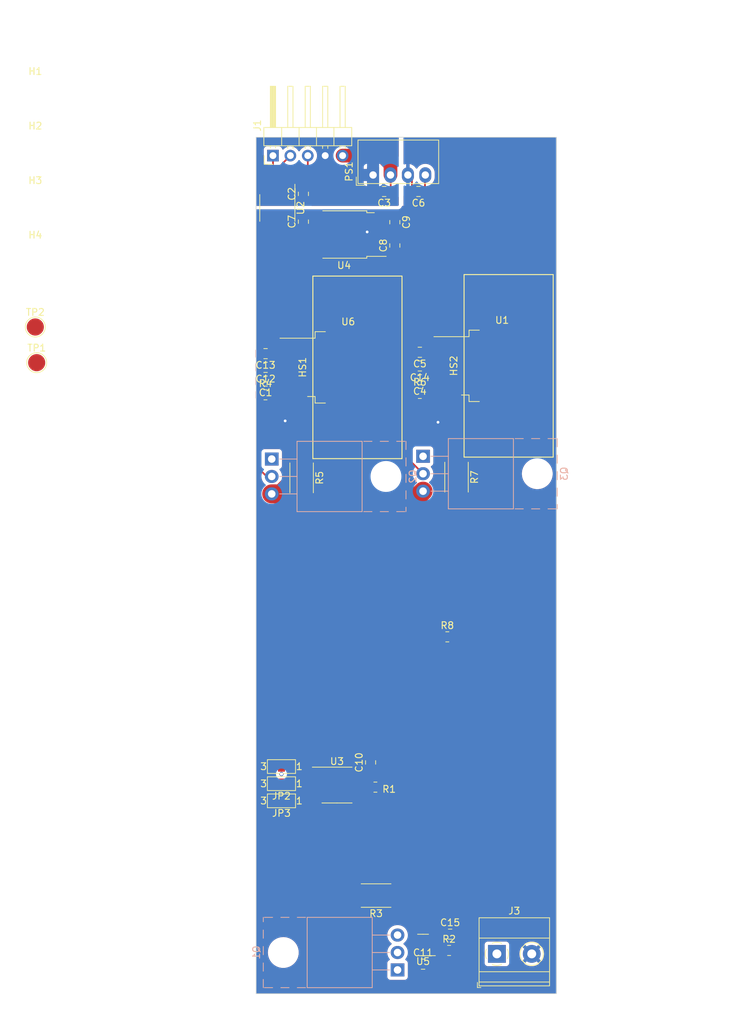
<source format=kicad_pcb>
(kicad_pcb (version 20221018) (generator pcbnew)
  (layers (0 "F.Cu" signal) (31 "B.Cu" signal) (34 "B.Paste" user) (35 "F.Paste" user) (36 "B.SilkS" user "B.Silkscreen") (37 "F.SilkS" user "F.Silkscreen") (38 "B.Mask" user) (39 "F.Mask" user) (44 "Edge.Cuts" user))
  (net 0 "")
  (net 1 "/+9V_ISO")
  (net 2 "/GND_ISO")
  (net 3 "/GND")
  (net 4 "/+5V")
  (net 5 "/+12V")
  (net 6 "Net-(U1-SET)")
  (net 7 "Net-(J3-Pin_1)")
  (net 8 "/+5V_ISO")
  (net 9 "/SDA")
  (net 10 "/SCL")
  (net 11 "/A0")
  (net 12 "/A1")
  (net 13 "/A2")
  (net 14 "/OUT2_ISO")
  (net 15 "Net-(U5A--)")
  (net 16 "Net-(U3-P0B)")
  (net 17 "Net-(R2-Pad1)")
  (net 18 "/SCL_ISO")
  (net 19 "/SDA_ISO")
  (net 20 "Net-(U3-P0W)")
  (net 22 "/OUT1_ISO")
  (net 23 "Net-(C15-Pad1)")
  (net 24 "Net-(Q2-B)")
  (net 25 "Net-(Q3-B)")
  (net 29 "Net-(Q1-Pad1)")
  (footprint "Resistor_SMD:R_0805_2012Metric" (layer "F.Cu") (at 89.56875 89.73125)
    (fp_text reference "R4" (at 0 -1.65) (layer "F.SilkS"))
    (fp_text value "47")
    (pad "1" smd roundrect (at -0.9125 0) (size 1.025 1.4) (layers "F.Cu" "F.Paste" "F.Mask") (roundrect_rratio 0.243902) (net 1 "/+9V_ISO"))
    (pad "2" smd roundrect (at 0.9125 0) (size 1.025 1.4) (layers "F.Cu" "F.Paste" "F.Mask") (roundrect_rratio 0.243902) (net 24 "Net-(Q2-B)"))
  )
  (footprint "Capacitor_SMD:C_0805_2012Metric" (layer "F.Cu") (at 112.08125 87.53125 180)
    (fp_text reference "C4" (at 0 -1.68) (layer "F.SilkS"))
    (fp_text value "1u")
    (pad "1" smd roundrect (at -0.95 0 180) (size 1 1.45) (layers "F.Cu" "F.Paste" "F.Mask") (net 1 "/+9V_ISO"))
    (pad "2" smd roundrect (at 0.95 0 180) (size 1 1.45) (layers "F.Cu" "F.Paste" "F.Mask") (net 2 "/GND_ISO"))
  )
  (footprint "Capacitor_SMD:C_0805_2012Metric" (layer "F.Cu") (at 108.435 64.575 -90)
    (fp_text reference "C9" (at 0 -1.68 90) (layer "F.SilkS"))
    (fp_text value "100n")
    (pad "1" smd roundrect (at -0.95 0 270) (size 1 1.45) (layers "F.Cu" "F.Paste" "F.Mask") (net 8 "/+5V_ISO"))
    (pad "2" smd roundrect (at 0.95 0 270) (size 1 1.45) (layers "F.Cu" "F.Paste" "F.Mask") (net 2 "/GND_ISO"))
  )
  (footprint "Heatsink:Heatsink_AAVID_573300D00010G_TO-263" (layer "F.Cu") (at 125.03125 85.51125 90)
    (fp_text reference "HS2" (at 0 -8 90) (layer "F.SilkS"))
    (fp_text value "Heatsink_Pad_2Pin")
    (pad "1" smd rect (at -6.92 0 90) (size 1.85 13.7) (layers "F.Cu" "F.Paste" "F.Mask") (net 22 "/OUT1_ISO"))
    (pad "1" smd rect (at 6.92 0 90) (size 1.85 13.7) (layers "F.Cu" "F.Paste" "F.Mask") (net 22 "/OUT1_ISO"))
  )
  (footprint "Package_TO_SOT_SMD:TO-252-2" (layer "F.Cu") (at 101.035 66.375 180)
    (fp_text reference "U4" (at 0 -4.5) (layer "F.SilkS"))
    (fp_text value "KA78M05_TO252")
    (pad "1" smd roundrect (at -5.04 -2.28 180) (size 2.2 1.2) (layers "F.Cu" "F.Paste" "F.Mask") (roundrect_rratio 0.208333) (net 1 "/+9V_ISO"))
    (pad "2" smd roundrect (at -0.415 -1.525 180) (size 3.05 2.75) (layers "F.Cu" "F.Paste") (roundrect_rratio 0.090909) (net 2 "/GND_ISO"))
    (pad "2" smd roundrect (at -0.415 1.525 180) (size 3.05 2.75) (layers "F.Cu" "F.Paste") (roundrect_rratio 0.090909) (net 2 "/GND_ISO"))
    (pad "2" smd roundrect (at 1.26 0 180) (size 6.4 5.8) (layers "F.Cu" "F.Mask") (roundrect_rratio 0.043103) (net 2 "/GND_ISO"))
    (pad "2" smd roundrect (at 2.935 -1.525 180) (size 3.05 2.75) (layers "F.Cu" "F.Paste") (roundrect_rratio 0.090909) (net 2 "/GND_ISO"))
    (pad "2" smd roundrect (at 2.935 1.525 180) (size 3.05 2.75) (layers "F.Cu" "F.Paste") (roundrect_rratio 0.090909) (net 2 "/GND_ISO"))
    (pad "3" smd roundrect (at -5.04 2.28 180) (size 2.2 1.2) (layers "F.Cu" "F.Paste" "F.Mask") (roundrect_rratio 0.208333) (net 8 "/+5V_ISO"))
  )
  (footprint "Capacitor_SMD:C_0805_2012Metric" (layer "F.Cu") (at 108.435 67.975 90)
    (fp_text reference "C8" (at 0 -1.68 90) (layer "F.SilkS"))
    (fp_text value "100n")
    (pad "1" smd roundrect (at -0.95 0 90) (size 1 1.45) (layers "F.Cu" "F.Paste" "F.Mask") (net 1 "/+9V_ISO"))
    (pad "2" smd roundrect (at 0.95 0 90) (size 1 1.45) (layers "F.Cu" "F.Paste" "F.Mask") (net 2 "/GND_ISO"))
  )
  (footprint "TerminalBlock_Phoenix:TerminalBlock_Phoenix_MKDS-1,5-2-5.08_1x02_P5.08mm_Horizontal" (layer "F.Cu") (at 123.32 171.2)
    (fp_text reference "J3" (at 2.54 -6.26) (layer "F.SilkS"))
    (fp_text value "Cell1_Vout")
    (pad "1" thru_hole rect (at 0 0) (size 2.6 2.6) (drill 1.3) (layers "*.Cu" "*.Mask") (net 7 "Net-(J3-Pin_1)"))
    (pad "2" thru_hole circle (at 5.08 0) (size 2.6 2.6) (drill 1.3) (layers "*.Cu" "*.Mask") (net 2 "/GND_ISO"))
  )
  (footprint "MountingHole:MountingHole_3.2mm_M3" (layer "F.Cu") (at 56 70.65)
    (fp_text reference "H4" (at 0 -4.2) (layer "F.SilkS"))
    (fp_text value "MountingHole")
    (pad "" np_thru_hole circle (at 0 0) (size 3.2 3.2) (drill 3.2) (layers "*.Cu" "*.Mask"))
  )
  (footprint "Capacitor_SMD:C_0805_2012Metric" (layer "F.Cu") (at 106.88 60.1 180)
    (fp_text reference "C3" (at 0 -1.68) (layer "F.SilkS"))
    (fp_text value "10u")
    (pad "1" smd roundrect (at -0.95 0 180) (size 1 1.45) (layers "F.Cu" "F.Paste" "F.Mask") (net 5 "/+12V"))
    (pad "2" smd roundrect (at 0.95 0 180) (size 1 1.45) (layers "F.Cu" "F.Paste" "F.Mask") (net 3 "/GND"))
  )
  (footprint "MountingHole:MountingHole_3.2mm_M3" (layer "F.Cu") (at 56 54.75)
    (fp_text reference "H2" (at 0 -4.2) (layer "F.SilkS"))
    (fp_text value "MountingHole")
    (pad "" np_thru_hole circle (at 0 0) (size 3.2 3.2) (drill 3.2) (layers "*.Cu" "*.Mask"))
  )
  (footprint "Capacitor_SMD:C_0805_2012Metric" (layer "F.Cu") (at 112.55 172.7)
    (fp_text reference "C11" (at 0 -1.68) (layer "F.SilkS"))
    (fp_text value "100n")
    (pad "1" smd roundrect (at -0.95 0) (size 1 1.45) (layers "F.Cu" "F.Paste" "F.Mask") (net 8 "/+5V_ISO"))
    (pad "2" smd roundrect (at 0.95 0) (size 1 1.45) (layers "F.Cu" "F.Paste" "F.Mask") (net 2 "/GND_ISO"))
  )
  (footprint "Capacitor_SMD:C_0805_2012Metric" (layer "F.Cu") (at 89.58125 83.73125 180)
    (fp_text reference "C13" (at 0 -1.68) (layer "F.SilkS"))
    (fp_text value "1n")
    (pad "1" smd roundrect (at -0.95 0 180) (size 1 1.45) (layers "F.Cu" "F.Paste" "F.Mask") (net 6 "Net-(U1-SET)"))
    (pad "2" smd roundrect (at 0.95 0 180) (size 1 1.45) (layers "F.Cu" "F.Paste" "F.Mask") (net 2 "/GND_ISO"))
  )
  (footprint "MountingHole:MountingHole_3.2mm_M3" (layer "F.Cu") (at 56 46.8)
    (fp_text reference "H1" (at 0 -4.2) (layer "F.SilkS"))
    (fp_text value "MountingHole")
    (pad "" np_thru_hole circle (at 0 0) (size 3.2 3.2) (drill 3.2) (layers "*.Cu" "*.Mask"))
  )
  (footprint "Capacitor_SMD:C_0805_2012Metric" (layer "F.Cu") (at 95.1 64.5 90)
    (fp_text reference "C7" (at 0 -1.68 90) (layer "F.SilkS"))
    (fp_text value "100n")
    (pad "1" smd roundrect (at -0.95 0 90) (size 1 1.45) (layers "F.Cu" "F.Paste" "F.Mask") (net 8 "/+5V_ISO"))
    (pad "2" smd roundrect (at 0.95 0 90) (size 1 1.45) (layers "F.Cu" "F.Paste" "F.Mask") (net 2 "/GND_ISO"))
  )
  (footprint "Jumper:SolderJumper-3_P1.3mm_Open_Pad1.0x1.5mm_NumberLabels" (layer "F.Cu") (at 91.9 148.9 180)
    (fp_text reference "JP3" (at 0 -1.8) (layer "F.SilkS"))
    (fp_text value "Jumper")
    (fp_text user "3" (at 2.6 0) (layer "F.SilkS"))
    (fp_text user "1" (at -2.6 0) (layer "F.SilkS"))
    (pad "1" smd rect (at -1.3 0 180) (size 1 1.5) (layers "F.Cu" "F.Mask") (net 2 "/GND_ISO"))
    (pad "2" smd rect (at 0 0 180) (size 1 1.5) (layers "F.Cu" "F.Mask") (net 13 "/A2"))
    (pad "3" smd rect (at 1.3 0 180) (size 1 1.5) (layers "F.Cu" "F.Mask") (net 8 "/+5V_ISO"))
  )
  (footprint "Connector_PinHeader_2.54mm:PinHeader_1x05_P2.54mm_Horizontal" (layer "F.Cu") (at 90.66 54.876752 90)
    (fp_text reference "J1" (at 4.385 -2.27 90) (layer "F.SilkS"))
    (fp_text value "Conn_01x05")
    (pad "1" thru_hole rect (at 0 0 90) (size 1.7 1.7) (drill 1) (layers "*.Cu" "*.Mask") (net 10 "/SCL"))
    (pad "2" thru_hole oval (at 0 2.54 90) (size 1.7 1.7) (drill 1) (layers "*.Cu" "*.Mask") (net 9 "/SDA"))
    (pad "3" thru_hole oval (at 0 5.08 90) (size 1.7 1.7) (drill 1) (layers "*.Cu" "*.Mask") (net 4 "/+5V"))
    (pad "4" thru_hole oval (at 0 7.62 90) (size 1.7 1.7) (drill 1) (layers "*.Cu" "*.Mask") (net 3 "/GND") (thermal_bridge_width 2) (thermal_gap 0.1))
    (pad "5" thru_hole oval (at 0 10.16 90) (size 1.7 1.7) (drill 1) (layers "*.Cu" "*.Mask") (net 5 "/+12V"))
  )
  (footprint "Package_TO_SOT_SMD:TO-263-5_TabPin3" (layer "F.Cu") (at 124.08125 85.51125)
    (fp_text reference "U1" (at 0 -6.65) (layer "F.SilkS"))
    (fp_text value "LT3080xQ")
    (pad "1" smd roundrect (at -7.65 -3.4) (size 4.6 1.1) (layers "F.Cu" "F.Paste" "F.Mask") (roundrect_rratio 0.227273))
    (pad "2" smd roundrect (at -7.65 -1.7) (size 4.6 1.1) (layers "F.Cu" "F.Paste" "F.Mask") (roundrect_rratio 0.227273) (net 6 "Net-(U1-SET)"))
    (pad "3" smd roundrect (at -7.65 0) (size 4.6 1.1) (layers "F.Cu" "F.Paste" "F.Mask") (roundrect_rratio 0.227273) (net 22 "/OUT1_ISO"))
    (pad "3" smd roundrect (at -0.925 -2.775) (size 4.55 5.25) (layers "F.Cu" "F.Paste") (roundrect_rratio 0.054945) (net 22 "/OUT1_ISO"))
    (pad "3" smd roundrect (at -0.925 2.775) (size 4.55 5.25) (layers "F.Cu" "F.Paste") (roundrect_rratio 0.054945) (net 22 "/OUT1_ISO"))
    (pad "3" smd roundrect (at 1.5 0) (size 9.4 10.8) (layers "F.Cu" "F.Mask") (roundrect_rratio 0.026596) (net 22 "/OUT1_ISO"))
    (pad "3" smd roundrect (at 3.925 -2.775) (size 4.55 5.25) (layers "F.Cu" "F.Paste") (roundrect_rratio 0.054945) (net 22 "/OUT1_ISO"))
    (pad "3" smd roundrect (at 3.925 2.775) (size 4.55 5.25) (layers "F.Cu" "F.Paste") (roundrect_rratio 0.054945) (net 22 "/OUT1_ISO"))
    (pad "4" smd roundrect (at -7.65 1.7) (size 4.6 1.1) (layers "F.Cu" "F.Paste" "F.Mask") (roundrect_rratio 0.227273) (net 1 "/+9V_ISO"))
    (pad "5" smd roundrect (at -7.65 3.4) (size 4.6 1.1) (layers "F.Cu" "F.Paste" "F.Mask") (roundrect_rratio 0.227273) (net 25 "Net-(Q3-B)"))
  )
  (footprint "Capacitor_SMD:C_0805_2012Metric" (layer "F.Cu") (at 89.58125 87.73125 180)
    (fp_text reference "C1" (at 0 -1.68) (layer "F.SilkS"))
    (fp_text value "1u")
    (pad "1" smd roundrect (at -0.95 0 180) (size 1 1.45) (layers "F.Cu" "F.Paste" "F.Mask") (net 1 "/+9V_ISO"))
    (pad "2" smd roundrect (at 0.95 0 180) (size 1 1.45) (layers "F.Cu" "F.Paste" "F.Mask") (net 2 "/GND_ISO"))
  )
  (footprint "Capacitor_SMD:C_0805_2012Metric" (layer "F.Cu") (at 112.08125 85.53125 180)
    (fp_text reference "C14" (at 0 -1.68) (layer "F.SilkS"))
    (fp_text value "2u2")
    (pad "1" smd roundrect (at -0.95 0 180) (size 1 1.45) (layers "F.Cu" "F.Paste" "F.Mask") (net 22 "/OUT1_ISO"))
    (pad "2" smd roundrect (at 0.95 0 180) (size 1 1.45) (layers "F.Cu" "F.Paste" "F.Mask") (net 2 "/GND_ISO"))
  )
  (footprint "Jumper:SolderJumper-3_P1.3mm_Open_Pad1.0x1.5mm_NumberLabels" (layer "F.Cu") (at 91.9 146.4 180)
    (fp_text reference "JP2" (at 0 -1.8) (layer "F.SilkS"))
    (fp_text value "Jumper")
    (fp_text user "1" (at -2.6 0) (layer "F.SilkS"))
    (fp_text user "3" (at 2.6 0) (layer "F.SilkS"))
    (pad "1" smd rect (at -1.3 0 180) (size 1 1.5) (layers "F.Cu" "F.Mask") (net 2 "/GND_ISO"))
    (pad "2" smd rect (at 0 0 180) (size 1 1.5) (layers "F.Cu" "F.Mask") (net 12 "/A1"))
    (pad "3" smd rect (at 1.3 0 180) (size 1 1.5) (layers "F.Cu" "F.Mask") (net 8 "/+5V_ISO"))
  )
  (footprint "Capacitor_SMD:C_0805_2012Metric" (layer "F.Cu") (at 89.58125 85.73125 180)
    (fp_text reference "C12" (at 0 -1.68) (layer "F.SilkS"))
    (fp_text value "2u2")
    (pad "1" smd roundrect (at -0.95 0 180) (size 1 1.45) (layers "F.Cu" "F.Paste" "F.Mask") (net 14 "/OUT2_ISO"))
    (pad "2" smd roundrect (at 0.95 0 180) (size 1 1.45) (layers "F.Cu" "F.Paste" "F.Mask") (net 2 "/GND_ISO"))
  )
  (footprint "Converter_DCDC:Converter_DCDC_Murata_MEE1SxxxxSC_THT" (layer "F.Cu") (at 105.26 57.7 90)
    (fp_text reference "PS1" (at 0.5 -3.5 90) (layer "F.SilkS"))
    (fp_text value "MEE1S1209SC" hide)
    (pad "1" thru_hole rect (at 0 0) (size 1.75 2.25) (drill 1.075) (layers "*.Cu" "*.Mask") (net 3 "/GND") (thermal_bridge_width 2))
    (pad "2" thru_hole oval (at 0 2.54) (size 1.75 2.25) (drill 1.075) (layers "*.Cu" "*.Mask") (net 5 "/+12V"))
    (pad "3" thru_hole oval (at 0 5.08) (size 1.75 2.25) (drill 1.075) (layers "*.Cu" "*.Mask") (net 2 "/GND_ISO"))
    (pad "4" thru_hole oval (at 0 7.62) (size 1.75 2.25) (drill 1.075) (layers "*.Cu" "*.Mask") (net 1 "/+9V_ISO"))
  )
  (footprint "Resistor_SMD:R_2512_6332Metric" (layer "F.Cu") (at 117.43125 101.73125 -90)
    (fp_text reference "R7" (at 0 -2.62 -270) (layer "F.SilkS"))
    (fp_text value "20m")
    (pad "1" smd roundrect (at -2.9625 0 270) (size 1.225 3.35) (layers "F.Cu" "F.Paste" "F.Mask") (roundrect_rratio 0.204082) (net 22 "/OUT1_ISO"))
    (pad "2" smd roundrect (at 2.9625 0 270) (size 1.225 3.35) (layers "F.Cu" "F.Paste" "F.Mask") (roundrect_rratio 0.204082) (net 7 "Net-(J3-Pin_1)"))
  )
  (footprint "Capacitor_SMD:C_0805_2012Metric" (layer "F.Cu") (at 116.5 168.323248)
    (fp_text reference "C15" (at 0 -1.68) (layer "F.SilkS"))
    (fp_text value "330n")
    (pad "1" smd roundrect (at -0.95 0) (size 1 1.45) (layers "F.Cu" "F.Paste" "F.Mask") (net 23 "Net-(C15-Pad1)"))
    (pad "2" smd roundrect (at 0.95 0) (size 1 1.45) (layers "F.Cu" "F.Paste" "F.Mask") (net 15 "Net-(U5A--)"))
  )
  (footprint "Resistor_SMD:R_0805_2012Metric" (layer "F.Cu") (at 112.08125 89.53125)
    (fp_text reference "R6" (at 0 -1.65) (layer "F.SilkS"))
    (fp_text value "47")
    (pad "1" smd roundrect (at -0.9125 0) (size 1.025 1.4) (layers "F.Cu" "F.Paste" "F.Mask") (roundrect_rratio 0.243902) (net 1 "/+9V_ISO"))
    (pad "2" smd roundrect (at 0.9125 0) (size 1.025 1.4) (layers "F.Cu" "F.Paste" "F.Mask") (roundrect_rratio 0.243902) (net 25 "Net-(Q3-B)"))
  )
  (footprint "MountingHole:MountingHole_3.2mm_M3" (layer "F.Cu") (at 56 62.7)
    (fp_text reference "H3" (at 0 -4.2) (layer "F.SilkS"))
    (fp_text value "MountingHole")
    (pad "" np_thru_hole circle (at 0 0) (size 3.2 3.2) (drill 3.2) (layers "*.Cu" "*.Mask"))
  )
  (footprint "Resistor_SMD:R_2512_6332Metric" (layer "F.Cu") (at 105.7 162.7 180)
    (fp_text reference "R3" (at 0 -2.62) (layer "F.SilkS"))
    (fp_text value "0.5m")
    (pad "1" smd roundrect (at -2.9625 0 180) (size 1.225 3.35) (layers "F.Cu" "F.Paste" "F.Mask") (roundrect_rratio 0.204082) (net 15 "Net-(U5A--)"))
    (pad "2" smd roundrect (at 2.9625 0 180) (size 1.225 3.35) (layers "F.Cu" "F.Paste" "F.Mask") (roundrect_rratio 0.204082) (net 2 "/GND_ISO"))
  )
  (footprint "Package_TO_SOT_SMD:TO-263-5_TabPin3" (layer "F.Cu") (at 101.63125 85.73125)
    (fp_text reference "U6" (at 0 -6.65) (layer "F.SilkS"))
    (fp_text value "LT3080xQ")
    (pad "1" smd roundrect (at -7.65 -3.4) (size 4.6 1.1) (layers "F.Cu" "F.Paste" "F.Mask") (roundrect_rratio 0.227273))
    (pad "2" smd roundrect (at -7.65 -1.7) (size 4.6 1.1) (layers "F.Cu" "F.Paste" "F.Mask") (roundrect_rratio 0.227273) (net 6 "Net-(U1-SET)"))
    (pad "3" smd roundrect (at -7.65 0) (size 4.6 1.1) (layers "F.Cu" "F.Paste" "F.Mask") (roundrect_rratio 0.227273) (net 14 "/OUT2_ISO"))
    (pad "3" smd roundrect (at -0.925 -2.775) (size 4.55 5.25) (layers "F.Cu" "F.Paste") (roundrect_rratio 0.054945) (net 14 "/OUT2_ISO"))
    (pad "3" smd roundrect (at -0.925 2.775) (size 4.55 5.25) (layers "F.Cu" "F.Paste") (roundrect_rratio 0.054945) (net 14 "/OUT2_ISO"))
    (pad "3" smd roundrect (at 1.5 0) (size 9.4 10.8) (layers "F.Cu" "F.Mask") (roundrect_rratio 0.026596) (net 14 "/OUT2_ISO"))
    (pad "3" smd roundrect (at 3.925 -2.775) (size 4.55 5.25) (layers "F.Cu" "F.Paste") (roundrect_rratio 0.054945) (net 14 "/OUT2_ISO"))
    (pad "3" smd roundrect (at 3.925 2.775) (size 4.55 5.25) (layers "F.Cu" "F.Paste") (roundrect_rratio 0.054945) (net 14 "/OUT2_ISO"))
    (pad "4" smd roundrect (at -7.65 1.7) (size 4.6 1.1) (layers "F.Cu" "F.Paste" "F.Mask") (roundrect_rratio 0.227273) (net 1 "/+9V_ISO"))
    (pad "5" smd roundrect (at -7.65 3.4) (size 4.6 1.1) (layers "F.Cu" "F.Paste" "F.Mask") (roundrect_rratio 0.227273) (net 24 "Net-(Q2-B)"))
  )
  (footprint "TestPoint:TestPoint_Pad_D2.5mm" (layer "F.Cu") (at 56 79.85)
    (fp_text reference "TP2" (at 0 -2.148) (layer "F.SilkS"))
    (fp_text value "5V_ISO")
    (pad "1" smd circle (at 0 0) (size 2.5 2.5) (layers "F.Cu" "F.Mask") (net 8 "/+5V_ISO"))
  )
  (footprint "Capacitor_SMD:C_0805_2012Metric" (layer "F.Cu") (at 95.1 60.45 90)
    (fp_text reference "C2" (at 0 -1.68 90) (layer "F.SilkS"))
    (fp_text value "100n")
    (pad "1" smd roundrect (at -0.95 0 90) (size 1 1.45) (layers "F.Cu" "F.Paste" "F.Mask") (net 3 "/GND"))
    (pad "2" smd roundrect (at 0.95 0 90) (size 1 1.45) (layers "F.Cu" "F.Paste" "F.Mask") (net 4 "/+5V"))
  )
  (footprint "Resistor_SMD:R_0805_2012Metric" (layer "F.Cu") (at 116.35 170.7)
    (fp_text reference "R2" (at 0 -1.65) (layer "F.SilkS"))
    (fp_text value "10k")
    (pad "1" smd roundrect (at -0.9125 0) (size 1.025 1.4) (layers "F.Cu" "F.Paste" "F.Mask") (roundrect_rratio 0.243902) (net 17 "Net-(R2-Pad1)"))
    (pad "2" smd roundrect (at 0.9125 0) (size 1.025 1.4) (layers "F.Cu" "F.Paste" "F.Mask") (roundrect_rratio 0.243902) (net 29 "Net-(Q1-Pad1)"))
  )
  (footprint "Resistor_SMD:R_0805_2012Metric" (layer "F.Cu") (at 105.6 146.9 180)
    (fp_text reference "R1" (at -2 -0.3) (layer "F.SilkS"))
    (fp_text value "780k")
    (pad "1" smd roundrect (at -0.9125 0 180) (size 1.025 1.4) (layers "F.Cu" "F.Paste" "F.Mask") (roundrect_rratio 0.243902) (net 8 "/+5V_ISO"))
    (pad "2" smd roundrect (at 0.9125 0 180) (size 1.025 1.4) (layers "F.Cu" "F.Paste" "F.Mask") (roundrect_rratio 0.243902) (net 16 "Net-(U3-P0B)"))
  )
  (footprint "Resistor_SMD:R_2512_6332Metric" (layer "F.Cu") (at 94.84125 101.83125 -90)
    (fp_text reference "R5" (at 0 -2.62 -270) (layer "F.SilkS"))
    (fp_text value "20m")
    (pad "1" smd roundrect (at -2.9625 0 270) (size 1.225 3.35) (layers "F.Cu" "F.Paste" "F.Mask") (roundrect_rratio 0.204082) (net 14 "/OUT2_ISO"))
    (pad "2" smd roundrect (at 2.9625 0 270) (size 1.225 3.35) (layers "F.Cu" "F.Paste" "F.Mask") (roundrect_rratio 0.204082) (net 7 "Net-(J3-Pin_1)"))
  )
  (footprint "Package_SO:TSSOP-14_4.4x5mm_P0.65mm" (layer "F.Cu") (at 100 146.6)
    (fp_text reference "U3" (at 0 -3.45) (layer "F.SilkS"))
    (fp_text value "MCP4651T-103E_ST")
    (pad "1" smd roundrect (at -2.8625 -1.95) (size 1.475 0.4) (layers "F.Cu" "F.Paste" "F.Mask") (net 11 "/A0"))
    (pad "2" smd roundrect (at -2.8625 -1.3) (size 1.475 0.4) (layers "F.Cu" "F.Paste" "F.Mask") (net 18 "/SCL_ISO"))
    (pad "3" smd roundrect (at -2.8625 -0.65) (size 1.475 0.4) (layers "F.Cu" "F.Paste" "F.Mask") (net 19 "/SDA_ISO"))
    (pad "4" smd roundrect (at -2.8625 0) (size 1.475 0.4) (layers "F.Cu" "F.Paste" "F.Mask") (net 2 "/GND_ISO"))
    (pad "5" smd roundrect (at -2.8625 0.65) (size 1.475 0.4) (layers "F.Cu" "F.Paste" "F.Mask"))
    (pad "6" smd roundrect (at -2.8625 1.3) (size 1.475 0.4) (layers "F.Cu" "F.Paste" "F.Mask") (net 6 "Net-(U1-SET)"))
    (pad "7" smd roundrect (at -2.8625 1.95) (size 1.475 0.4) (layers "F.Cu" "F.Paste" "F.Mask") (net 2 "/GND_ISO"))
    (pad "8" smd roundrect (at 2.8625 1.95) (size 1.475 0.4) (layers "F.Cu" "F.Paste" "F.Mask") (net 2 "/GND_ISO"))
    (pad "9" smd roundrect (at 2.8625 1.3) (size 1.475 0.4) (layers "F.Cu" "F.Paste" "F.Mask") (net 20 "Net-(U3-P0W)"))
    (pad "10" smd roundrect (at 2.8625 0.65) (size 1.475 0.4) (layers "F.Cu" "F.Paste" "F.Mask") (net 16 "Net-(U3-P0B)"))
    (pad "11" smd roundrect (at 2.8625 0) (size 1.475 0.4) (layers "F.Cu" "F.Paste" "F.Mask"))
    (pad "12" smd roundrect (at 2.8625 -0.65) (size 1.475 0.4) (layers "F.Cu" "F.Paste" "F.Mask") (net 13 "/A2"))
    (pad "13" smd roundrect (at 2.8625 -1.3) (size 1.475 0.4) (layers "F.Cu" "F.Paste" "F.Mask") (net 12 "/A1"))
    (pad "14" smd roundrect (at 2.8625 -1.95) (size 1.475 0.4) (layers "F.Cu" "F.Paste" "F.Mask") (net 8 "/+5V_ISO"))
  )
  (footprint "Capacitor_SMD:C_0805_2012Metric" (layer "F.Cu") (at 111.88 60.1 180)
    (fp_text reference "C6" (at 0 -1.68) (layer "F.SilkS"))
    (fp_text value "10u")
    (pad "1" smd roundrect (at -0.95 0 180) (size 1 1.45) (layers "F.Cu" "F.Paste" "F.Mask") (net 1 "/+9V_ISO"))
    (pad "2" smd roundrect (at 0.95 0 180) (size 1 1.45) (layers "F.Cu" "F.Paste" "F.Mask") (net 2 "/GND_ISO"))
  )
  (footprint "Package_TO_SOT_SMD:SOT-23-5" (layer "F.Cu") (at 112.55 169.9 180)
    (fp_text reference "U5" (at 0 -2.4) (layer "F.SilkS"))
    (fp_text value "MCP6001UT-I/OT")
    (pad "1" smd roundrect (at -1.1375 -0.95 180) (size 1.325 0.6) (layers "F.Cu" "F.Paste" "F.Mask") (net 17 "Net-(R2-Pad1)"))
    (pad "2" smd roundrect (at -1.1375 0 180) (size 1.325 0.6) (layers "F.Cu" "F.Paste" "F.Mask") (net 2 "/GND_ISO"))
    (pad "3" smd roundrect (at -1.1375 0.95 180) (size 1.325 0.6) (layers "F.Cu" "F.Paste" "F.Mask") (net 20 "Net-(U3-P0W)"))
    (pad "4" smd roundrect (at 1.1375 0.95 180) (size 1.325 0.6) (layers "F.Cu" "F.Paste" "F.Mask") (net 15 "Net-(U5A--)"))
    (pad "5" smd roundrect (at 1.1375 -0.95 180) (size 1.325 0.6) (layers "F.Cu" "F.Paste" "F.Mask") (net 8 "/+5V_ISO"))
  )
  (footprint "Heatsink:Heatsink_AAVID_573300D00010G_TO-263" (layer "F.Cu") (at 102.98125 85.73125 90)
    (fp_text reference "HS1" (at 0 -8 90) (layer "F.SilkS"))
    (fp_text value "Heatsink_Pad_2Pin")
    (pad "1" smd rect (at -6.92 0 90) (size 1.85 13.7) (layers "F.Cu" "F.Paste" "F.Mask") (net 14 "/OUT2_ISO"))
    (pad "1" smd rect (at 6.92 0 90) (size 1.85 13.7) (layers "F.Cu" "F.Paste" "F.Mask") (net 14 "/OUT2_ISO"))
  )
  (footprint "Capacitor_SMD:C_0805_2012Metric" (layer "F.Cu") (at 112.08125 83.53125 180)
    (fp_text reference "C5" (at 0 -1.68) (layer "F.SilkS"))
    (fp_text value "1n")
    (pad "1" smd roundrect (at -0.95 0 180) (size 1 1.45) (layers "F.Cu" "F.Paste" "F.Mask") (net 6 "Net-(U1-SET)"))
    (pad "2" smd roundrect (at 0.95 0 180) (size 1 1.45) (layers "F.Cu" "F.Paste" "F.Mask") (net 2 "/GND_ISO"))
  )
  (footprint "Jumper:SolderJumper-3_P1.3mm_Open_Pad1.0x1.5mm_NumberLabels" (layer "F.Cu") (at 91.9 143.9 180)
    (fp_text reference "JP1" hide)
    (fp_text value "Jumper")
    (fp_text user "1" (at -2.6 0) (layer "F.SilkS"))
    (fp_text user "3" (at 2.6 0) (layer "F.SilkS"))
    (pad "1" smd rect (at -1.3 0 180) (size 1 1.5) (layers "F.Cu" "F.Mask") (net 2 "/GND_ISO"))
    (pad "2" smd rect (at 0 0 180) (size 1 1.5) (layers "F.Cu" "F.Mask") (net 11 "/A0"))
    (pad "3" smd rect (at 1.3 0 180) (size 1 1.5) (layers "F.Cu" "F.Mask") (net 8 "/+5V_ISO"))
  )
  (footprint "Capacitor_SMD:C_0805_2012Metric" (layer "F.Cu") (at 104.9 143.3 90)
    (fp_text reference "C10" (at 0 -1.68 90) (layer "F.SilkS"))
    (fp_text value "100n")
    (pad "1" smd roundrect (at -0.95 0 90) (size 1 1.45) (layers "F.Cu" "F.Paste" "F.Mask") (net 8 "/+5V_ISO"))
    (pad "2" smd roundrect (at 0.95 0 90) (size 1 1.45) (layers "F.Cu" "F.Paste" "F.Mask") (net 2 "/GND_ISO"))
  )
  (footprint "Package_SO:SO-8_3.9x4.9mm_P1.27mm" (layer "F.Cu") (at 91.3 62.5 -90)
    (fp_text reference "U2" (at 0 -3.4 90) (layer "F.SilkS"))
    (fp_text value "ISO1640BDR")
    (pad "1" smd roundrect (at -2.575 -1.905 270) (size 1.75 0.6) (layers "F.Cu" "F.Paste" "F.Mask") (net 4 "/+5V"))
    (pad "2" smd roundrect (at -2.575 -0.635 270) (size 1.75 0.6) (layers "F.Cu" "F.Paste" "F.Mask") (net 9 "/SDA"))
    (pad "3" smd roundrect (at -2.575 0.635 270) (size 1.75 0.6) (layers "F.Cu" "F.Paste" "F.Mask") (net 10 "/SCL"))
    (pad "4" smd roundrect (at -2.575 1.905 270) (size 1.75 0.6) (layers "F.Cu" "F.Paste" "F.Mask") (net 3 "/GND"))
    (pad "5" smd roundrect (at 2.575 1.905 270) (size 1.75 0.6) (layers "F.Cu" "F.Paste" "F.Mask") (net 2 "/GND_ISO"))
    (pad "6" smd roundrect (at 2.575 0.635 270) (size 1.75 0.6) (layers "F.Cu" "F.Paste" "F.Mask") (net 18 "/SCL_ISO"))
    (pad "7" smd roundrect (at 2.575 -0.635 270) (size 1.75 0.6) (layers "F.Cu" "F.Paste" "F.Mask") (net 19 "/SDA_ISO"))
    (pad "8" smd roundrect (at 2.575 -1.905 270) (size 1.75 0.6) (layers "F.Cu" "F.Paste" "F.Mask") (net 8 "/+5V_ISO"))
  )
  (footprint "TestPoint:TestPoint_Pad_D2.5mm" (layer "F.Cu") (at 56.2 85.05)
    (fp_text reference "TP1" (at 0 -2.148) (layer "F.SilkS"))
    (fp_text value "9V_ISO")
    (pad "1" smd circle (at 0 0) (size 2.5 2.5) (layers "F.Cu" "F.Mask") (net 1 "/+9V_ISO"))
  )
  (footprint "Resistor_SMD:R_0805_2012Metric" (layer "F.Cu") (at 116.0875 125)
    (fp_text reference "R8" (at 0 -1.65) (layer "F.SilkS"))
    (fp_text value "56")
    (pad "1" smd roundrect (at -0.9125 0) (size 1.025 1.4) (layers "F.Cu" "F.Paste" "F.Mask") (roundrect_rratio 0.243902) (net 29 "Net-(Q1-Pad1)"))
    (pad "2" smd roundrect (at 0.9125 0) (size 1.025 1.4) (layers "F.Cu" "F.Paste" "F.Mask") (roundrect_rratio 0.243902) (net 23 "Net-(C15-Pad1)"))
  )
  (footprint "Package_TO_SOT_THT:TO-220-3_Horizontal_TabUp" (layer "B.Cu") (at 90.48125 99.09125 -90)
    (fp_text reference "Q2" (at 2.54 -20.58 -270) (layer "B.SilkS") (effects (justify mirror)))
    (fp_text value "MJE2955T")
    (pad "" np_thru_hole oval (at 2.54 -16.66 270) (size 3.5 3.5) (drill 3.5) (layers "*.Cu" "*.Mask"))
    (pad "1" thru_hole rect (at 0 0 270) (size 1.905 2) (drill 1.1) (layers "*.Cu" "*.Mask") (net 14 "/OUT2_ISO"))
    (pad "2" thru_hole oval (at 2.54 0 270) (size 1.905 2) (drill 1.1) (layers "*.Cu" "*.Mask") (net 24 "Net-(Q2-B)"))
    (pad "3" thru_hole oval (at 5.08 0 270) (size 1.905 2) (drill 1.1) (layers "*.Cu" "*.Mask") (net 1 "/+9V_ISO"))
  )
  (footprint "Package_TO_SOT_THT:TO-220-3_Horizontal_TabUp" (layer "B.Cu") (at 112.55125 98.69125 -90)
    (fp_text reference "Q3" (at 2.54 -20.58 -270) (layer "B.SilkS") (effects (justify mirror)))
    (fp_text value "MJE2955T")
    (pad "" np_thru_hole oval (at 2.54 -16.66 270) (size 3.5 3.5) (drill 3.5) (layers "*.Cu" "*.Mask"))
    (pad "1" thru_hole rect (at 0 0 270) (size 1.905 2) (drill 1.1) (layers "*.Cu" "*.Mask") (net 22 "/OUT1_ISO"))
    (pad "2" thru_hole oval (at 2.54 0 270) (size 1.905 2) (drill 1.1) (layers "*.Cu" "*.Mask") (net 25 "Net-(Q3-B)"))
    (pad "3" thru_hole oval (at 5.08 0 270) (size 1.905 2) (drill 1.1) (layers "*.Cu" "*.Mask") (net 1 "/+9V_ISO"))
  )
  (footprint "Package_TO_SOT_THT:TO-220-3_Horizontal_TabUp" (layer "B.Cu") (at 108.83 173.54 90)
    (fp_text reference "Q1" (at 2.54 -20.58 90) (layer "B.SilkS") (effects (justify mirror)))
    (fp_text value "IRFB7545PBF")
    (pad "" np_thru_hole oval (at 2.54 -16.66 90) (size 3.5 3.5) (drill 3.5) (layers "*.Cu" "*.Mask"))
    (pad "1" thru_hole rect (at 0 0 90) (size 1.905 2) (drill 1.1) (layers "*.Cu" "*.Mask") (net 29 "Net-(Q1-Pad1)"))
    (pad "2" thru_hole oval (at 2.54 0 90) (size 1.905 2) (drill 1.1) (layers "*.Cu" "*.Mask") (net 7 "Net-(J3-Pin_1)"))
    (pad "3" thru_hole oval (at 5.08 0 90) (size 1.905 2) (drill 1.1) (layers "*.Cu" "*.Mask") (net 15 "Net-(U5A--)"))
  )
  (gr_rect (start 88.2 52.2) (end 132 177) (stroke (width 0.1)) (fill none) (layer "Edge.Cuts"))
  (segment (start 112.83 57.75) (end 112.88 57.7) (width 0.25) (layer "F.Cu") (net 1))
  (segment (start 94.08125 102.33125) (end 93.28125 102.33125) (width 2.2) (layer "F.Cu") (net 1))
  (segment (start 108.435 68.925) (end 106.345 68.925) (width 0.25) (layer "F.Cu") (net 1))
  (segment (start 116.43125 87.21125) (end 113.35125 87.21125) (width 0.25) (layer "F.Cu") (net 1))
  (segment (start 88.65625 89.73125) (end 88.65625 89.60625) (width 0.25) (layer "F.Cu") (net 1))
  (segment (start 111.16875 89.39375) (end 111.16875 89.53125) (width 0.25) (layer "F.Cu") (net 1))
  (segment (start 94.08125 102.33125) (end 100.50125 102.33125) (width 2.78) (layer "F.Cu") (net 1))
  (segment (start 108.435 68.925) (end 112.83 64.53) (width 0.25) (layer "F.Cu") (net 1))
  (segment (start 103.90125 105.73125) (end 110.59375 105.73125) (width 2.78) (layer "F.Cu") (net 1))
  (segment (start 93.28125 102.33125) (end 91.44125 104.17125) (width 2.2) (layer "F.Cu") (net 1))
  (segment (start 113.03125 87.53125) (end 111.16875 89.39375) (width 0.25) (layer "F.Cu") (net 1))
  (segment (start 100.50125 102.33125) (end 103.90125 105.73125) (width 2.78) (layer "F.Cu") (net 1))
  (segment (start 112.83 64.53) (end 112.83 60.1) (width 0.25) (layer "F.Cu") (net 1))
  (segment (start 110.59375 105.73125) (end 112.55125 103.77375) (width 2.78) (layer "F.Cu") (net 1))
  (segment (start 112.83 60.1) (end 112.83 57.75) (width 0.25) (layer "F.Cu") (net 1))
  (segment (start 90.83125 87.43125) (end 90.53125 87.73125) (width 0.25) (layer "F.Cu") (net 1))
  (segment (start 91.04125 104.17125) (end 90.48125 104.17125) (width 2.78) (layer "F.Cu") (net 1))
  (segment (start 93.98125 87.43125) (end 90.83125 87.43125) (width 0.25) (layer "F.Cu") (net 1))
  (segment (start 88.65625 89.60625) (end 90.53125 87.73125) (width 0.25) (layer "F.Cu") (net 1))
  (segment (start 106.345 68.925) (end 106.075 68.655) (width 0.25) (layer "F.Cu") (net 1))
  (segment (start 113.35125 87.21125) (end 113.03125 87.53125) (width 0.25) (layer "F.Cu") (net 1))
  (segment (start 91.44125 104.17125) (end 91.04125 104.17125) (width 1.8) (layer "F.Cu") (net 1))
  (segment (start 110.93 60.1) (end 110.93 58.29) (width 0.25) (layer "F.Cu") (net 2))
  (segment (start 110.93 58.29) (end 110.34 57.7) (width 0.25) (layer "F.Cu") (net 2))
  (via (at 92.44125 93.53125) (size 0.6) (drill 0.4) (layers "F.Cu" "B.Cu") (net 2))
  (via (at 114.73125 93.73125) (size 0.6) (drill 0.4) (layers "F.Cu" "B.Cu") (net 2))
  (via (at 104.4 66) (size 0.6) (drill 0.4) (layers "F.Cu" "B.Cu") (net 2))
  (segment (start 105.93 58.37) (end 105.93 60.1) (width 0.25) (layer "F.Cu") (net 3))
  (segment (start 105.26 57.7) (end 105.93 58.37) (width 0.25) (layer "F.Cu") (net 3))
  (segment (start 94.675 59.925) (end 95.1 59.5) (width 0.25) (layer "F.Cu") (net 4))
  (segment (start 93.205 59.925) (end 94.675 59.925) (width 0.25) (layer "F.Cu") (net 4))
  (segment (start 95.74 58.86) (end 95.74 54.876752) (width 0.25) (layer "F.Cu") (net 4))
  (segment (start 95.1 59.5) (end 95.74 58.86) (width 0.25) (layer "F.Cu") (net 4))
  (segment (start 106.476752 54.876752) (end 107.8 56.2) (width 2) (layer "F.Cu") (net 5))
  (segment (start 107.83 60.1) (end 107.83 57.73) (width 0.25) (layer "F.Cu") (net 5))
  (segment (start 100.82 54.876752) (end 106.476752 54.876752) (width 2) (layer "F.Cu") (net 5))
  (segment (start 107.83 57.73) (end 107.8 57.7) (width 0.25) (layer "F.Cu") (net 5))
  (segment (start 107.8 56.2) (end 107.8 57.7) (width 2) (layer "F.Cu") (net 5))
  (segment (start 116.43125 83.81125) (end 113.31125 83.81125) (width 0.25) (layer "F.Cu") (net 6))
  (segment (start 93.98125 84.03125) (end 90.83125 84.03125) (width 0.25) (layer "F.Cu") (net 6))
  (segment (start 90.83125 84.03125) (end 90.53125 83.73125) (width 0.25) (layer "F.Cu") (net 6))
  (segment (start 113.31125 83.81125) (end 113.03125 83.53125) (width 0.25) (layer "F.Cu") (net 6))
  (segment (start 102.963176 69.6) (end 96.586824 69.6) (width 0.25) (layer "F.Cu") (net 8))
  (segment (start 93.205 65.075) (end 94.725 65.075) (width 0.25) (layer "F.Cu") (net 8))
  (segment (start 94.725 65.075) (end 95.1 65.45) (width 0.25) (layer "F.Cu") (net 8))
  (segment (start 96.586824 69.6) (end 95.1 68.113176) (width 0.25) (layer "F.Cu") (net 8))
  (segment (start 106.075 66.488176) (end 102.963176 69.6) (width 0.25) (layer "F.Cu") (net 8))
  (segment (start 106.075 64.095) (end 106.075 66.488176) (width 0.25) (layer "F.Cu") (net 8))
  (segment (start 106.545 63.625) (end 106.075 64.095) (width 0.25) (layer "F.Cu") (net 8))
  (segment (start 95.1 68.113176) (end 95.1 65.45) (width 0.25) (layer "F.Cu") (net 8))
  (segment (start 108.435 63.625) (end 106.545 63.625) (width 0.25) (layer "F.Cu") (net 8))
  (segment (start 91.935 59.925) (end 91.935 56.141752) (width 0.25) (layer "F.Cu") (net 9))
  (segment (start 91.935 56.141752) (end 93.2 54.876752) (width 0.25) (layer "F.Cu") (net 9))
  (segment (start 90.665 54.881752) (end 90.66 54.876752) (width 0.25) (layer "F.Cu") (net 10))
  (segment (start 90.665 59.925) (end 90.665 54.881752) (width 0.25) (layer "F.Cu") (net 10))
  (via (at 91.9 145) (size 0.6) (drill 0.4) (layers "F.Cu" "B.Cu") (net 11))
  (segment (start 94.84125 98.86875) (end 97.70375 98.86875) (width 3) (layer "F.Cu") (net 14))
  (segment (start 97.70375 98.86875) (end 102.98125 93.59125) (width 3) (layer "F.Cu") (net 14))
  (segment (start 102.98125 93.59125) (end 102.98125 92.65125) (width 3) (layer "F.Cu") (net 14))
  (segment (start 94.84125 98.86875) (end 94.80375 98.83125) (width 3) (layer "F.Cu") (net 14))
  (segment (start 123.76875 92.43125) (end 125.03125 92.43125) (width 2.78) (layer "F.Cu") (net 22))
  (segment (start 117.43125 98.76875) (end 123.76875 92.43125) (width 2.78) (layer "F.Cu") (net 22))
  (segment (start 88.34125 92.33125) (end 90.48125 90.19125) (width 0.25) (layer "F.Cu") (net 24))
  (segment (start 88.34125 100.23125) (end 88.34125 92.33125) (width 0.25) (layer "F.Cu") (net 24))
  (segment (start 89.74125 101.63125) (end 88.34125 100.23125) (width 0.25) (layer "F.Cu") (net 24))
  (segment (start 90.48125 101.63125) (end 89.74125 101.63125) (width 0.25) (layer "F.Cu") (net 24))
  (segment (start 93.98125 89.13125) (end 91.08125 89.13125) (width 0.25) (layer "F.Cu") (net 24))
  (segment (start 90.48125 90.19125) (end 90.48125 89.73125) (width 0.25) (layer "F.Cu") (net 24))
  (segment (start 91.08125 89.13125) (end 90.48125 89.73125) (width 0.25) (layer "F.Cu") (net 24))
  (segment (start 110.73125 92.13125) (end 110.73125 99.41125) (width 0.25) (layer "F.Cu") (net 25))
  (segment (start 116.43125 88.91125) (end 113.61375 88.91125) (width 0.25) (layer "F.Cu") (net 25))
  (segment (start 113.61375 88.91125) (end 112.99375 89.53125) (width 0.25) (layer "F.Cu") (net 25))
  (segment (start 112.99375 89.53125) (end 112.99375 89.86875) (width 0.25) (layer "F.Cu") (net 25))
  (segment (start 110.73125 99.41125) (end 112.55125 101.23125) (width 0.25) (layer "F.Cu") (net 25))
  (segment (start 112.99375 89.86875) (end 110.73125 92.13125) (width 0.25) (layer "F.Cu") (net 25))
  (zone (net 14) (net_name "/OUT2_ISO") (layer "F.Cu") (priority 3) (connect_pads yes (clearance 0.5)) (min_thickness 0.25) (fill yes (thermal_gap 0.5) (thermal_bridge_width 0.5))
    (polygon (pts (xy 96.08125 72.43125) (xy 110.08125 72.43125) (xy 110.08125 98.93125) (xy 96.08125 98.93125) (xy 96.08125 86.53125) (xy 90.78125 86.53125) (xy 90.78125 84.93125) (xy 96.08125 84.93125)))
  )
  (zone (net 22) (net_name "/OUT1_ISO") (layer "F.Cu") (priority 2) (connect_pads yes (clearance 0.5)) (min_thickness 0.25) (fill yes (thermal_gap 0.5) (thermal_bridge_width 0.5))
    (polygon (pts (xy 118.08125 84.63125) (xy 113.38125 84.63125) (xy 113.38125 86.33125) (xy 118.08125 86.33125) (xy 118.03125 98.71125) (xy 132.03125 98.71125) (xy 132.03125 71.71125) (xy 118.03125 71.71125)))
  )
  (zone (net 7) (net_name "Net-(J3-Pin_1)") (layer "F.Cu") (priority 4) (connect_pads yes (clearance 0.5)) (min_thickness 0.25) (fill yes (thermal_gap 0.5) (thermal_bridge_width 0.5))
    (polygon (pts (xy 93.28125 104.33125) (xy 98.48125 104.33125) (xy 102.28125 108.53125) (xy 111.48125 108.53125) (xy 115.88125 103.93125) (xy 120.48125 103.93125) (xy 120.48125 109.93125) (xy 115.68125 114.73125) (xy 92.28125 114.73125)))
  )
  (zone (net 3) (net_name "/GND") (layers "F&B.Cu") (priority 1) (connect_pads (clearance 0.5)) (min_thickness 0.25) (fill yes (thermal_gap 0.5) (thermal_bridge_width 0.5))
    (polygon (pts (xy 63.2 62.2) (xy 109 62.2) (xy 109 32.2) (xy 63.2 32.2)))
  )
  (zone (net 2) (net_name "/GND_ISO") (layers "F&B.Cu") (connect_pads (clearance 0.5)) (min_thickness 0.25) (fill yes (thermal_gap 0.5) (thermal_bridge_width 0.5))
    (polygon (pts (xy 63.2 62.2) (xy 109.7 62.2) (xy 109.7 32.2) (xy 158.2 32.2) (xy 158.2 181.4) (xy 63.2 181.2)))
  )
)
</source>
